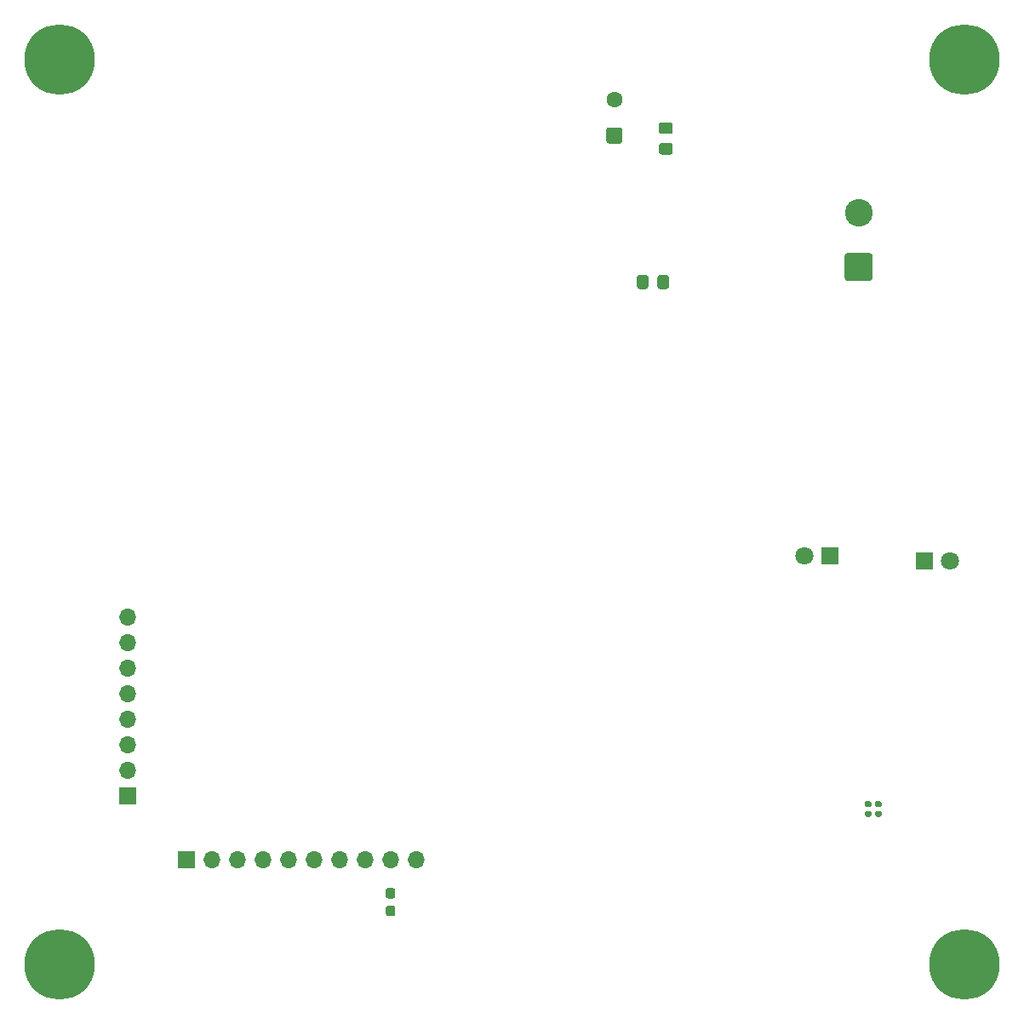
<source format=gbr>
G04 #@! TF.GenerationSoftware,KiCad,Pcbnew,5.1.6-c6e7f7d~87~ubuntu20.04.1*
G04 #@! TF.CreationDate,2020-12-28T10:08:45+02:00*
G04 #@! TF.ProjectId,LED_test_V1.2,4c45445f-7465-4737-945f-56312e322e6b,rev?*
G04 #@! TF.SameCoordinates,Original*
G04 #@! TF.FileFunction,Soldermask,Bot*
G04 #@! TF.FilePolarity,Negative*
%FSLAX46Y46*%
G04 Gerber Fmt 4.6, Leading zero omitted, Abs format (unit mm)*
G04 Created by KiCad (PCBNEW 5.1.6-c6e7f7d~87~ubuntu20.04.1) date 2020-12-28 10:08:45*
%MOMM*%
%LPD*%
G01*
G04 APERTURE LIST*
%ADD10C,2.750000*%
%ADD11C,1.800000*%
%ADD12R,1.800000X1.800000*%
%ADD13O,1.700000X1.700000*%
%ADD14R,1.700000X1.700000*%
%ADD15C,7.000000*%
%ADD16C,1.600000*%
G04 APERTURE END LIST*
D10*
X184475000Y-70225000D03*
G36*
G01*
X185600001Y-77000000D02*
X183349999Y-77000000D01*
G75*
G02*
X183100000Y-76750001I0J249999D01*
G01*
X183100000Y-74499999D01*
G75*
G02*
X183349999Y-74250000I249999J0D01*
G01*
X185600001Y-74250000D01*
G75*
G02*
X185850000Y-74499999I0J-249999D01*
G01*
X185850000Y-76750001D01*
G75*
G02*
X185600001Y-77000000I-249999J0D01*
G01*
G37*
D11*
X179070000Y-104394000D03*
D12*
X181610000Y-104394000D03*
G36*
G01*
X186608500Y-129350000D02*
X186263500Y-129350000D01*
G75*
G02*
X186116000Y-129202500I0J147500D01*
G01*
X186116000Y-128907500D01*
G75*
G02*
X186263500Y-128760000I147500J0D01*
G01*
X186608500Y-128760000D01*
G75*
G02*
X186756000Y-128907500I0J-147500D01*
G01*
X186756000Y-129202500D01*
G75*
G02*
X186608500Y-129350000I-147500J0D01*
G01*
G37*
G36*
G01*
X186608500Y-130320000D02*
X186263500Y-130320000D01*
G75*
G02*
X186116000Y-130172500I0J147500D01*
G01*
X186116000Y-129877500D01*
G75*
G02*
X186263500Y-129730000I147500J0D01*
G01*
X186608500Y-129730000D01*
G75*
G02*
X186756000Y-129877500I0J-147500D01*
G01*
X186756000Y-130172500D01*
G75*
G02*
X186608500Y-130320000I-147500J0D01*
G01*
G37*
G36*
G01*
X185592500Y-129350000D02*
X185247500Y-129350000D01*
G75*
G02*
X185100000Y-129202500I0J147500D01*
G01*
X185100000Y-128907500D01*
G75*
G02*
X185247500Y-128760000I147500J0D01*
G01*
X185592500Y-128760000D01*
G75*
G02*
X185740000Y-128907500I0J-147500D01*
G01*
X185740000Y-129202500D01*
G75*
G02*
X185592500Y-129350000I-147500J0D01*
G01*
G37*
G36*
G01*
X185592500Y-130320000D02*
X185247500Y-130320000D01*
G75*
G02*
X185100000Y-130172500I0J147500D01*
G01*
X185100000Y-129877500D01*
G75*
G02*
X185247500Y-129730000I147500J0D01*
G01*
X185592500Y-129730000D01*
G75*
G02*
X185740000Y-129877500I0J-147500D01*
G01*
X185740000Y-130172500D01*
G75*
G02*
X185592500Y-130320000I-147500J0D01*
G01*
G37*
D13*
X140462000Y-134620000D03*
X137922000Y-134620000D03*
X135382000Y-134620000D03*
X132842000Y-134620000D03*
X130302000Y-134620000D03*
X127762000Y-134620000D03*
X125222000Y-134620000D03*
X122682000Y-134620000D03*
X120142000Y-134620000D03*
D14*
X117602000Y-134620000D03*
D13*
X111760000Y-110490000D03*
X111760000Y-113030000D03*
X111760000Y-115570000D03*
X111760000Y-118110000D03*
X111760000Y-120650000D03*
X111760000Y-123190000D03*
X111760000Y-125730000D03*
D14*
X111760000Y-128270000D03*
G36*
G01*
X164475000Y-77575001D02*
X164475000Y-76674999D01*
G75*
G02*
X164724999Y-76425000I249999J0D01*
G01*
X165375001Y-76425000D01*
G75*
G02*
X165625000Y-76674999I0J-249999D01*
G01*
X165625000Y-77575001D01*
G75*
G02*
X165375001Y-77825000I-249999J0D01*
G01*
X164724999Y-77825000D01*
G75*
G02*
X164475000Y-77575001I0J249999D01*
G01*
G37*
G36*
G01*
X162425000Y-77575001D02*
X162425000Y-76674999D01*
G75*
G02*
X162674999Y-76425000I249999J0D01*
G01*
X163325001Y-76425000D01*
G75*
G02*
X163575000Y-76674999I0J-249999D01*
G01*
X163575000Y-77575001D01*
G75*
G02*
X163325001Y-77825000I-249999J0D01*
G01*
X162674999Y-77825000D01*
G75*
G02*
X162425000Y-77575001I0J249999D01*
G01*
G37*
G36*
G01*
X164849999Y-63300000D02*
X165750001Y-63300000D01*
G75*
G02*
X166000000Y-63549999I0J-249999D01*
G01*
X166000000Y-64200001D01*
G75*
G02*
X165750001Y-64450000I-249999J0D01*
G01*
X164849999Y-64450000D01*
G75*
G02*
X164600000Y-64200001I0J249999D01*
G01*
X164600000Y-63549999D01*
G75*
G02*
X164849999Y-63300000I249999J0D01*
G01*
G37*
G36*
G01*
X164849999Y-61250000D02*
X165750001Y-61250000D01*
G75*
G02*
X166000000Y-61499999I0J-249999D01*
G01*
X166000000Y-62150001D01*
G75*
G02*
X165750001Y-62400000I-249999J0D01*
G01*
X164849999Y-62400000D01*
G75*
G02*
X164600000Y-62150001I0J249999D01*
G01*
X164600000Y-61499999D01*
G75*
G02*
X164849999Y-61250000I249999J0D01*
G01*
G37*
D12*
X191008000Y-104902000D03*
D11*
X193548000Y-104902000D03*
D15*
X105000000Y-145000000D03*
X105000000Y-55000000D03*
X195000000Y-55000000D03*
X195000000Y-145000000D03*
G36*
G01*
X160725000Y-63350000D02*
X159625000Y-63350000D01*
G75*
G02*
X159375000Y-63100000I0J250000D01*
G01*
X159375000Y-62000000D01*
G75*
G02*
X159625000Y-61750000I250000J0D01*
G01*
X160725000Y-61750000D01*
G75*
G02*
X160975000Y-62000000I0J-250000D01*
G01*
X160975000Y-63100000D01*
G75*
G02*
X160725000Y-63350000I-250000J0D01*
G01*
G37*
D16*
X160175000Y-58950000D03*
G36*
G01*
X137684500Y-137397000D02*
X138159500Y-137397000D01*
G75*
G02*
X138397000Y-137634500I0J-237500D01*
G01*
X138397000Y-138209500D01*
G75*
G02*
X138159500Y-138447000I-237500J0D01*
G01*
X137684500Y-138447000D01*
G75*
G02*
X137447000Y-138209500I0J237500D01*
G01*
X137447000Y-137634500D01*
G75*
G02*
X137684500Y-137397000I237500J0D01*
G01*
G37*
G36*
G01*
X137684500Y-139147000D02*
X138159500Y-139147000D01*
G75*
G02*
X138397000Y-139384500I0J-237500D01*
G01*
X138397000Y-139959500D01*
G75*
G02*
X138159500Y-140197000I-237500J0D01*
G01*
X137684500Y-140197000D01*
G75*
G02*
X137447000Y-139959500I0J237500D01*
G01*
X137447000Y-139384500D01*
G75*
G02*
X137684500Y-139147000I237500J0D01*
G01*
G37*
M02*

</source>
